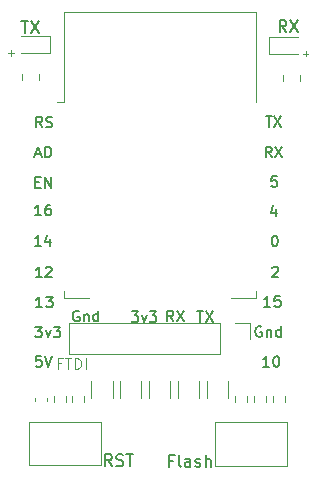
<source format=gbr>
%TF.GenerationSoftware,KiCad,Pcbnew,5.1.9-73d0e3b20d~88~ubuntu18.04.1*%
%TF.CreationDate,2021-11-28T01:15:10+02:00*%
%TF.ProjectId,ESP8266-Breakout,45535038-3236-4362-9d42-7265616b6f75,rev?*%
%TF.SameCoordinates,Original*%
%TF.FileFunction,Legend,Top*%
%TF.FilePolarity,Positive*%
%FSLAX46Y46*%
G04 Gerber Fmt 4.6, Leading zero omitted, Abs format (unit mm)*
G04 Created by KiCad (PCBNEW 5.1.9-73d0e3b20d~88~ubuntu18.04.1) date 2021-11-28 01:15:10*
%MOMM*%
%LPD*%
G01*
G04 APERTURE LIST*
%ADD10C,0.100000*%
%ADD11C,0.130000*%
%ADD12C,0.120000*%
%ADD13C,0.150000*%
G04 APERTURE END LIST*
D10*
X139828571Y-69072857D02*
X139371428Y-69072857D01*
X139600000Y-69301428D02*
X139600000Y-68844285D01*
X164778571Y-69142857D02*
X164321428Y-69142857D01*
X164550000Y-69371428D02*
X164550000Y-68914285D01*
D11*
X141678571Y-92257142D02*
X142235714Y-92257142D01*
X141935714Y-92600000D01*
X142064285Y-92600000D01*
X142150000Y-92642857D01*
X142192857Y-92685714D01*
X142235714Y-92771428D01*
X142235714Y-92985714D01*
X142192857Y-93071428D01*
X142150000Y-93114285D01*
X142064285Y-93157142D01*
X141807142Y-93157142D01*
X141721428Y-93114285D01*
X141678571Y-93071428D01*
X142535714Y-92557142D02*
X142750000Y-93157142D01*
X142964285Y-92557142D01*
X143221428Y-92257142D02*
X143778571Y-92257142D01*
X143478571Y-92600000D01*
X143607142Y-92600000D01*
X143692857Y-92642857D01*
X143735714Y-92685714D01*
X143778571Y-92771428D01*
X143778571Y-92985714D01*
X143735714Y-93071428D01*
X143692857Y-93114285D01*
X143607142Y-93157142D01*
X143350000Y-93157142D01*
X143264285Y-93114285D01*
X143221428Y-93071428D01*
X155364285Y-90957142D02*
X155878571Y-90957142D01*
X155621428Y-91857142D02*
X155621428Y-90957142D01*
X156092857Y-90957142D02*
X156692857Y-91857142D01*
X156692857Y-90957142D02*
X156092857Y-91857142D01*
X153350000Y-91807142D02*
X153050000Y-91378571D01*
X152835714Y-91807142D02*
X152835714Y-90907142D01*
X153178571Y-90907142D01*
X153264285Y-90950000D01*
X153307142Y-90992857D01*
X153350000Y-91078571D01*
X153350000Y-91207142D01*
X153307142Y-91292857D01*
X153264285Y-91335714D01*
X153178571Y-91378571D01*
X152835714Y-91378571D01*
X153650000Y-90907142D02*
X154250000Y-91807142D01*
X154250000Y-90907142D02*
X153650000Y-91807142D01*
X149828571Y-90957142D02*
X150385714Y-90957142D01*
X150085714Y-91300000D01*
X150214285Y-91300000D01*
X150300000Y-91342857D01*
X150342857Y-91385714D01*
X150385714Y-91471428D01*
X150385714Y-91685714D01*
X150342857Y-91771428D01*
X150300000Y-91814285D01*
X150214285Y-91857142D01*
X149957142Y-91857142D01*
X149871428Y-91814285D01*
X149828571Y-91771428D01*
X150685714Y-91257142D02*
X150900000Y-91857142D01*
X151114285Y-91257142D01*
X151371428Y-90957142D02*
X151928571Y-90957142D01*
X151628571Y-91300000D01*
X151757142Y-91300000D01*
X151842857Y-91342857D01*
X151885714Y-91385714D01*
X151928571Y-91471428D01*
X151928571Y-91685714D01*
X151885714Y-91771428D01*
X151842857Y-91814285D01*
X151757142Y-91857142D01*
X151500000Y-91857142D01*
X151414285Y-91814285D01*
X151371428Y-91771428D01*
X145371428Y-90950000D02*
X145285714Y-90907142D01*
X145157142Y-90907142D01*
X145028571Y-90950000D01*
X144942857Y-91035714D01*
X144900000Y-91121428D01*
X144857142Y-91292857D01*
X144857142Y-91421428D01*
X144900000Y-91592857D01*
X144942857Y-91678571D01*
X145028571Y-91764285D01*
X145157142Y-91807142D01*
X145242857Y-91807142D01*
X145371428Y-91764285D01*
X145414285Y-91721428D01*
X145414285Y-91421428D01*
X145242857Y-91421428D01*
X145800000Y-91207142D02*
X145800000Y-91807142D01*
X145800000Y-91292857D02*
X145842857Y-91250000D01*
X145928571Y-91207142D01*
X146057142Y-91207142D01*
X146142857Y-91250000D01*
X146185714Y-91335714D01*
X146185714Y-91807142D01*
X147000000Y-91807142D02*
X147000000Y-90907142D01*
X147000000Y-91764285D02*
X146914285Y-91807142D01*
X146742857Y-91807142D01*
X146657142Y-91764285D01*
X146614285Y-91721428D01*
X146571428Y-91635714D01*
X146571428Y-91378571D01*
X146614285Y-91292857D01*
X146657142Y-91250000D01*
X146742857Y-91207142D01*
X146914285Y-91207142D01*
X147000000Y-91250000D01*
X161478571Y-95657142D02*
X160964285Y-95657142D01*
X161221428Y-95657142D02*
X161221428Y-94757142D01*
X161135714Y-94885714D01*
X161050000Y-94971428D01*
X160964285Y-95014285D01*
X162035714Y-94757142D02*
X162121428Y-94757142D01*
X162207142Y-94800000D01*
X162250000Y-94842857D01*
X162292857Y-94928571D01*
X162335714Y-95100000D01*
X162335714Y-95314285D01*
X162292857Y-95485714D01*
X162250000Y-95571428D01*
X162207142Y-95614285D01*
X162121428Y-95657142D01*
X162035714Y-95657142D01*
X161950000Y-95614285D01*
X161907142Y-95571428D01*
X161864285Y-95485714D01*
X161821428Y-95314285D01*
X161821428Y-95100000D01*
X161864285Y-94928571D01*
X161907142Y-94842857D01*
X161950000Y-94800000D01*
X162035714Y-94757142D01*
X142178571Y-94757142D02*
X141750000Y-94757142D01*
X141707142Y-95185714D01*
X141750000Y-95142857D01*
X141835714Y-95100000D01*
X142050000Y-95100000D01*
X142135714Y-95142857D01*
X142178571Y-95185714D01*
X142221428Y-95271428D01*
X142221428Y-95485714D01*
X142178571Y-95571428D01*
X142135714Y-95614285D01*
X142050000Y-95657142D01*
X141835714Y-95657142D01*
X141750000Y-95614285D01*
X141707142Y-95571428D01*
X142478571Y-94757142D02*
X142778571Y-95657142D01*
X143078571Y-94757142D01*
X160821428Y-92250000D02*
X160735714Y-92207142D01*
X160607142Y-92207142D01*
X160478571Y-92250000D01*
X160392857Y-92335714D01*
X160350000Y-92421428D01*
X160307142Y-92592857D01*
X160307142Y-92721428D01*
X160350000Y-92892857D01*
X160392857Y-92978571D01*
X160478571Y-93064285D01*
X160607142Y-93107142D01*
X160692857Y-93107142D01*
X160821428Y-93064285D01*
X160864285Y-93021428D01*
X160864285Y-92721428D01*
X160692857Y-92721428D01*
X161250000Y-92507142D02*
X161250000Y-93107142D01*
X161250000Y-92592857D02*
X161292857Y-92550000D01*
X161378571Y-92507142D01*
X161507142Y-92507142D01*
X161592857Y-92550000D01*
X161635714Y-92635714D01*
X161635714Y-93107142D01*
X162450000Y-93107142D02*
X162450000Y-92207142D01*
X162450000Y-93064285D02*
X162364285Y-93107142D01*
X162192857Y-93107142D01*
X162107142Y-93064285D01*
X162064285Y-93021428D01*
X162021428Y-92935714D01*
X162021428Y-92678571D01*
X162064285Y-92592857D01*
X162107142Y-92550000D01*
X162192857Y-92507142D01*
X162364285Y-92507142D01*
X162450000Y-92550000D01*
X161578571Y-90557142D02*
X161064285Y-90557142D01*
X161321428Y-90557142D02*
X161321428Y-89657142D01*
X161235714Y-89785714D01*
X161150000Y-89871428D01*
X161064285Y-89914285D01*
X162392857Y-89657142D02*
X161964285Y-89657142D01*
X161921428Y-90085714D01*
X161964285Y-90042857D01*
X162050000Y-90000000D01*
X162264285Y-90000000D01*
X162350000Y-90042857D01*
X162392857Y-90085714D01*
X162435714Y-90171428D01*
X162435714Y-90385714D01*
X162392857Y-90471428D01*
X162350000Y-90514285D01*
X162264285Y-90557142D01*
X162050000Y-90557142D01*
X161964285Y-90514285D01*
X161921428Y-90471428D01*
X161742857Y-87242857D02*
X161785714Y-87200000D01*
X161871428Y-87157142D01*
X162085714Y-87157142D01*
X162171428Y-87200000D01*
X162214285Y-87242857D01*
X162257142Y-87328571D01*
X162257142Y-87414285D01*
X162214285Y-87542857D01*
X161700000Y-88057142D01*
X162257142Y-88057142D01*
X162114285Y-79507142D02*
X161685714Y-79507142D01*
X161642857Y-79935714D01*
X161685714Y-79892857D01*
X161771428Y-79850000D01*
X161985714Y-79850000D01*
X162071428Y-79892857D01*
X162114285Y-79935714D01*
X162157142Y-80021428D01*
X162157142Y-80235714D01*
X162114285Y-80321428D01*
X162071428Y-80364285D01*
X161985714Y-80407142D01*
X161771428Y-80407142D01*
X161685714Y-80364285D01*
X161642857Y-80321428D01*
X162021428Y-82307142D02*
X162021428Y-82907142D01*
X161807142Y-81964285D02*
X161592857Y-82607142D01*
X162150000Y-82607142D01*
X161907142Y-84557142D02*
X161992857Y-84557142D01*
X162078571Y-84600000D01*
X162121428Y-84642857D01*
X162164285Y-84728571D01*
X162207142Y-84900000D01*
X162207142Y-85114285D01*
X162164285Y-85285714D01*
X162121428Y-85371428D01*
X162078571Y-85414285D01*
X161992857Y-85457142D01*
X161907142Y-85457142D01*
X161821428Y-85414285D01*
X161778571Y-85371428D01*
X161735714Y-85285714D01*
X161692857Y-85114285D01*
X161692857Y-84900000D01*
X161735714Y-84728571D01*
X161778571Y-84642857D01*
X161821428Y-84600000D01*
X161907142Y-84557142D01*
X161164285Y-74407142D02*
X161678571Y-74407142D01*
X161421428Y-75307142D02*
X161421428Y-74407142D01*
X161892857Y-74407142D02*
X162492857Y-75307142D01*
X162492857Y-74407142D02*
X161892857Y-75307142D01*
X161700000Y-77907142D02*
X161400000Y-77478571D01*
X161185714Y-77907142D02*
X161185714Y-77007142D01*
X161528571Y-77007142D01*
X161614285Y-77050000D01*
X161657142Y-77092857D01*
X161700000Y-77178571D01*
X161700000Y-77307142D01*
X161657142Y-77392857D01*
X161614285Y-77435714D01*
X161528571Y-77478571D01*
X161185714Y-77478571D01*
X162000000Y-77007142D02*
X162600000Y-77907142D01*
X162600000Y-77007142D02*
X162000000Y-77907142D01*
X142278571Y-90607142D02*
X141764285Y-90607142D01*
X142021428Y-90607142D02*
X142021428Y-89707142D01*
X141935714Y-89835714D01*
X141850000Y-89921428D01*
X141764285Y-89964285D01*
X142578571Y-89707142D02*
X143135714Y-89707142D01*
X142835714Y-90050000D01*
X142964285Y-90050000D01*
X143050000Y-90092857D01*
X143092857Y-90135714D01*
X143135714Y-90221428D01*
X143135714Y-90435714D01*
X143092857Y-90521428D01*
X143050000Y-90564285D01*
X142964285Y-90607142D01*
X142707142Y-90607142D01*
X142621428Y-90564285D01*
X142578571Y-90521428D01*
X142228571Y-88057142D02*
X141714285Y-88057142D01*
X141971428Y-88057142D02*
X141971428Y-87157142D01*
X141885714Y-87285714D01*
X141800000Y-87371428D01*
X141714285Y-87414285D01*
X142571428Y-87242857D02*
X142614285Y-87200000D01*
X142700000Y-87157142D01*
X142914285Y-87157142D01*
X143000000Y-87200000D01*
X143042857Y-87242857D01*
X143085714Y-87328571D01*
X143085714Y-87414285D01*
X143042857Y-87542857D01*
X142528571Y-88057142D01*
X143085714Y-88057142D01*
X142128571Y-85407142D02*
X141614285Y-85407142D01*
X141871428Y-85407142D02*
X141871428Y-84507142D01*
X141785714Y-84635714D01*
X141700000Y-84721428D01*
X141614285Y-84764285D01*
X142900000Y-84807142D02*
X142900000Y-85407142D01*
X142685714Y-84464285D02*
X142471428Y-85107142D01*
X143028571Y-85107142D01*
X142178571Y-82807142D02*
X141664285Y-82807142D01*
X141921428Y-82807142D02*
X141921428Y-81907142D01*
X141835714Y-82035714D01*
X141750000Y-82121428D01*
X141664285Y-82164285D01*
X142950000Y-81907142D02*
X142778571Y-81907142D01*
X142692857Y-81950000D01*
X142650000Y-81992857D01*
X142564285Y-82121428D01*
X142521428Y-82292857D01*
X142521428Y-82635714D01*
X142564285Y-82721428D01*
X142607142Y-82764285D01*
X142692857Y-82807142D01*
X142864285Y-82807142D01*
X142950000Y-82764285D01*
X142992857Y-82721428D01*
X143035714Y-82635714D01*
X143035714Y-82421428D01*
X142992857Y-82335714D01*
X142950000Y-82292857D01*
X142864285Y-82250000D01*
X142692857Y-82250000D01*
X142607142Y-82292857D01*
X142564285Y-82335714D01*
X142521428Y-82421428D01*
X141685714Y-80035714D02*
X141985714Y-80035714D01*
X142114285Y-80507142D02*
X141685714Y-80507142D01*
X141685714Y-79607142D01*
X142114285Y-79607142D01*
X142500000Y-80507142D02*
X142500000Y-79607142D01*
X143014285Y-80507142D01*
X143014285Y-79607142D01*
X141685714Y-77650000D02*
X142114285Y-77650000D01*
X141600000Y-77907142D02*
X141900000Y-77007142D01*
X142200000Y-77907142D01*
X142500000Y-77907142D02*
X142500000Y-77007142D01*
X142714285Y-77007142D01*
X142842857Y-77050000D01*
X142928571Y-77135714D01*
X142971428Y-77221428D01*
X143014285Y-77392857D01*
X143014285Y-77521428D01*
X142971428Y-77692857D01*
X142928571Y-77778571D01*
X142842857Y-77864285D01*
X142714285Y-77907142D01*
X142500000Y-77907142D01*
X142250000Y-75357142D02*
X141950000Y-74928571D01*
X141735714Y-75357142D02*
X141735714Y-74457142D01*
X142078571Y-74457142D01*
X142164285Y-74500000D01*
X142207142Y-74542857D01*
X142250000Y-74628571D01*
X142250000Y-74757142D01*
X142207142Y-74842857D01*
X142164285Y-74885714D01*
X142078571Y-74928571D01*
X141735714Y-74928571D01*
X142592857Y-75314285D02*
X142721428Y-75357142D01*
X142935714Y-75357142D01*
X143021428Y-75314285D01*
X143064285Y-75271428D01*
X143107142Y-75185714D01*
X143107142Y-75100000D01*
X143064285Y-75014285D01*
X143021428Y-74971428D01*
X142935714Y-74928571D01*
X142764285Y-74885714D01*
X142678571Y-74842857D01*
X142635714Y-74800000D01*
X142592857Y-74714285D01*
X142592857Y-74628571D01*
X142635714Y-74542857D01*
X142678571Y-74500000D01*
X142764285Y-74457142D01*
X142978571Y-74457142D01*
X143107142Y-74500000D01*
D12*
%TO.C,SW501*%
X156890000Y-100350000D02*
X163010000Y-100350000D01*
X163010000Y-100350000D02*
X163010000Y-104050000D01*
X163010000Y-104050000D02*
X156890000Y-104050000D01*
X156890000Y-104050000D02*
X156890000Y-100350000D01*
%TO.C,U501*%
X144080000Y-65580000D02*
X160320000Y-65580000D01*
X160320000Y-65580000D02*
X160320000Y-73200000D01*
X160320000Y-89200000D02*
X160320000Y-89820000D01*
X160320000Y-89820000D02*
X158200000Y-89820000D01*
X146200000Y-89820000D02*
X144080000Y-89820000D01*
X144080000Y-89820000D02*
X144080000Y-89200000D01*
X144080000Y-73200000D02*
X144080000Y-65580000D01*
X144080000Y-73200000D02*
X143470000Y-73200000D01*
%TO.C,SW502*%
X147260000Y-104000000D02*
X141140000Y-104000000D01*
X141140000Y-104000000D02*
X141140000Y-100300000D01*
X141140000Y-100300000D02*
X147260000Y-100300000D01*
X147260000Y-100300000D02*
X147260000Y-104000000D01*
%TO.C,R507*%
X164085000Y-70972936D02*
X164085000Y-71427064D01*
X162615000Y-70972936D02*
X162615000Y-71427064D01*
%TO.C,R506*%
X161777500Y-98654724D02*
X161777500Y-98145276D01*
X162822500Y-98654724D02*
X162822500Y-98145276D01*
%TO.C,R505*%
X160177500Y-98654724D02*
X160177500Y-98145276D01*
X161222500Y-98654724D02*
X161222500Y-98145276D01*
%TO.C,R504*%
X141985000Y-70872936D02*
X141985000Y-71327064D01*
X140515000Y-70872936D02*
X140515000Y-71327064D01*
%TO.C,R503*%
X143227500Y-98654724D02*
X143227500Y-98145276D01*
X144272500Y-98654724D02*
X144272500Y-98145276D01*
%TO.C,R502*%
X145822500Y-98145276D02*
X145822500Y-98654724D01*
X144777500Y-98145276D02*
X144777500Y-98654724D01*
%TO.C,R501*%
X159622500Y-98145276D02*
X159622500Y-98654724D01*
X158577500Y-98145276D02*
X158577500Y-98654724D01*
%TO.C,J501*%
X144520000Y-91920000D02*
X144520000Y-94580000D01*
X157280000Y-91920000D02*
X144520000Y-91920000D01*
X157280000Y-94580000D02*
X144520000Y-94580000D01*
X157280000Y-91920000D02*
X157280000Y-94580000D01*
X158550000Y-91920000D02*
X159880000Y-91920000D01*
X159880000Y-91920000D02*
X159880000Y-93250000D01*
%TO.C,D502*%
X163900000Y-67715000D02*
X161440000Y-67715000D01*
X161440000Y-67715000D02*
X161440000Y-69185000D01*
X161440000Y-69185000D02*
X163900000Y-69185000D01*
%TO.C,D501*%
X140450000Y-69085000D02*
X142910000Y-69085000D01*
X142910000Y-69085000D02*
X142910000Y-67615000D01*
X142910000Y-67615000D02*
X140450000Y-67615000D01*
%TO.C,C502*%
X153110000Y-96888748D02*
X153110000Y-98311252D01*
X151290000Y-96888748D02*
X151290000Y-98311252D01*
%TO.C,C501*%
X142660000Y-98253733D02*
X142660000Y-98546267D01*
X141640000Y-98253733D02*
X141640000Y-98546267D01*
%TO.C,C104*%
X158010000Y-96888748D02*
X158010000Y-98311252D01*
X156190000Y-96888748D02*
X156190000Y-98311252D01*
%TO.C,C103*%
X155560000Y-96888748D02*
X155560000Y-98311252D01*
X153740000Y-96888748D02*
X153740000Y-98311252D01*
%TO.C,C102*%
X148210000Y-96888748D02*
X148210000Y-98311252D01*
X146390000Y-96888748D02*
X146390000Y-98311252D01*
%TO.C,C101*%
X150660000Y-96888748D02*
X150660000Y-98311252D01*
X148840000Y-96888748D02*
X148840000Y-98311252D01*
%TO.C,SW501*%
D13*
X153321428Y-103578571D02*
X152988095Y-103578571D01*
X152988095Y-104102380D02*
X152988095Y-103102380D01*
X153464285Y-103102380D01*
X153988095Y-104102380D02*
X153892857Y-104054761D01*
X153845238Y-103959523D01*
X153845238Y-103102380D01*
X154797619Y-104102380D02*
X154797619Y-103578571D01*
X154750000Y-103483333D01*
X154654761Y-103435714D01*
X154464285Y-103435714D01*
X154369047Y-103483333D01*
X154797619Y-104054761D02*
X154702380Y-104102380D01*
X154464285Y-104102380D01*
X154369047Y-104054761D01*
X154321428Y-103959523D01*
X154321428Y-103864285D01*
X154369047Y-103769047D01*
X154464285Y-103721428D01*
X154702380Y-103721428D01*
X154797619Y-103673809D01*
X155226190Y-104054761D02*
X155321428Y-104102380D01*
X155511904Y-104102380D01*
X155607142Y-104054761D01*
X155654761Y-103959523D01*
X155654761Y-103911904D01*
X155607142Y-103816666D01*
X155511904Y-103769047D01*
X155369047Y-103769047D01*
X155273809Y-103721428D01*
X155226190Y-103626190D01*
X155226190Y-103578571D01*
X155273809Y-103483333D01*
X155369047Y-103435714D01*
X155511904Y-103435714D01*
X155607142Y-103483333D01*
X156083333Y-104102380D02*
X156083333Y-103102380D01*
X156511904Y-104102380D02*
X156511904Y-103578571D01*
X156464285Y-103483333D01*
X156369047Y-103435714D01*
X156226190Y-103435714D01*
X156130952Y-103483333D01*
X156083333Y-103530952D01*
%TO.C,SW502*%
X148152380Y-104052380D02*
X147819047Y-103576190D01*
X147580952Y-104052380D02*
X147580952Y-103052380D01*
X147961904Y-103052380D01*
X148057142Y-103100000D01*
X148104761Y-103147619D01*
X148152380Y-103242857D01*
X148152380Y-103385714D01*
X148104761Y-103480952D01*
X148057142Y-103528571D01*
X147961904Y-103576190D01*
X147580952Y-103576190D01*
X148533333Y-104004761D02*
X148676190Y-104052380D01*
X148914285Y-104052380D01*
X149009523Y-104004761D01*
X149057142Y-103957142D01*
X149104761Y-103861904D01*
X149104761Y-103766666D01*
X149057142Y-103671428D01*
X149009523Y-103623809D01*
X148914285Y-103576190D01*
X148723809Y-103528571D01*
X148628571Y-103480952D01*
X148580952Y-103433333D01*
X148533333Y-103338095D01*
X148533333Y-103242857D01*
X148580952Y-103147619D01*
X148628571Y-103100000D01*
X148723809Y-103052380D01*
X148961904Y-103052380D01*
X149104761Y-103100000D01*
X149390476Y-103052380D02*
X149961904Y-103052380D01*
X149676190Y-104052380D02*
X149676190Y-103052380D01*
%TO.C,J501*%
D10*
X143871428Y-95335714D02*
X143571428Y-95335714D01*
X143571428Y-95807142D02*
X143571428Y-94907142D01*
X144000000Y-94907142D01*
X144214285Y-94907142D02*
X144728571Y-94907142D01*
X144471428Y-95807142D02*
X144471428Y-94907142D01*
X145028571Y-95807142D02*
X145028571Y-94907142D01*
X145242857Y-94907142D01*
X145371428Y-94950000D01*
X145457142Y-95035714D01*
X145500000Y-95121428D01*
X145542857Y-95292857D01*
X145542857Y-95421428D01*
X145500000Y-95592857D01*
X145457142Y-95678571D01*
X145371428Y-95764285D01*
X145242857Y-95807142D01*
X145028571Y-95807142D01*
X145928571Y-95807142D02*
X145928571Y-94907142D01*
%TO.C,D502*%
D13*
X162933333Y-67302380D02*
X162600000Y-66826190D01*
X162361904Y-67302380D02*
X162361904Y-66302380D01*
X162742857Y-66302380D01*
X162838095Y-66350000D01*
X162885714Y-66397619D01*
X162933333Y-66492857D01*
X162933333Y-66635714D01*
X162885714Y-66730952D01*
X162838095Y-66778571D01*
X162742857Y-66826190D01*
X162361904Y-66826190D01*
X163266666Y-66302380D02*
X163933333Y-67302380D01*
X163933333Y-66302380D02*
X163266666Y-67302380D01*
%TO.C,D501*%
X140488095Y-66352380D02*
X141059523Y-66352380D01*
X140773809Y-67352380D02*
X140773809Y-66352380D01*
X141297619Y-66352380D02*
X141964285Y-67352380D01*
X141964285Y-66352380D02*
X141297619Y-67352380D01*
%TD*%
M02*

</source>
